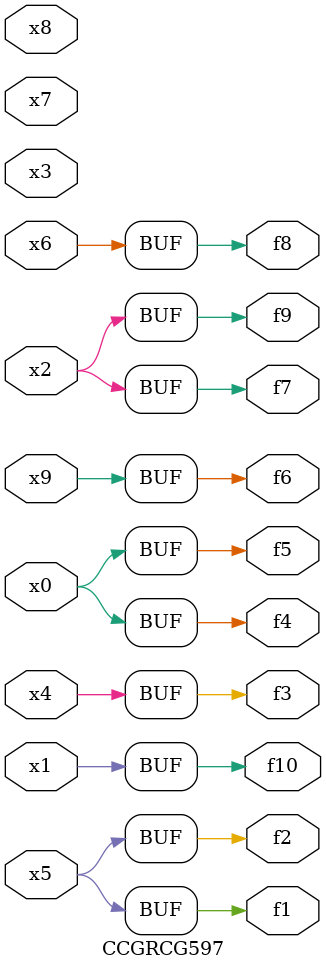
<source format=v>
module CCGRCG597(
	input x0, x1, x2, x3, x4, x5, x6, x7, x8, x9,
	output f1, f2, f3, f4, f5, f6, f7, f8, f9, f10
);
	assign f1 = x5;
	assign f2 = x5;
	assign f3 = x4;
	assign f4 = x0;
	assign f5 = x0;
	assign f6 = x9;
	assign f7 = x2;
	assign f8 = x6;
	assign f9 = x2;
	assign f10 = x1;
endmodule

</source>
